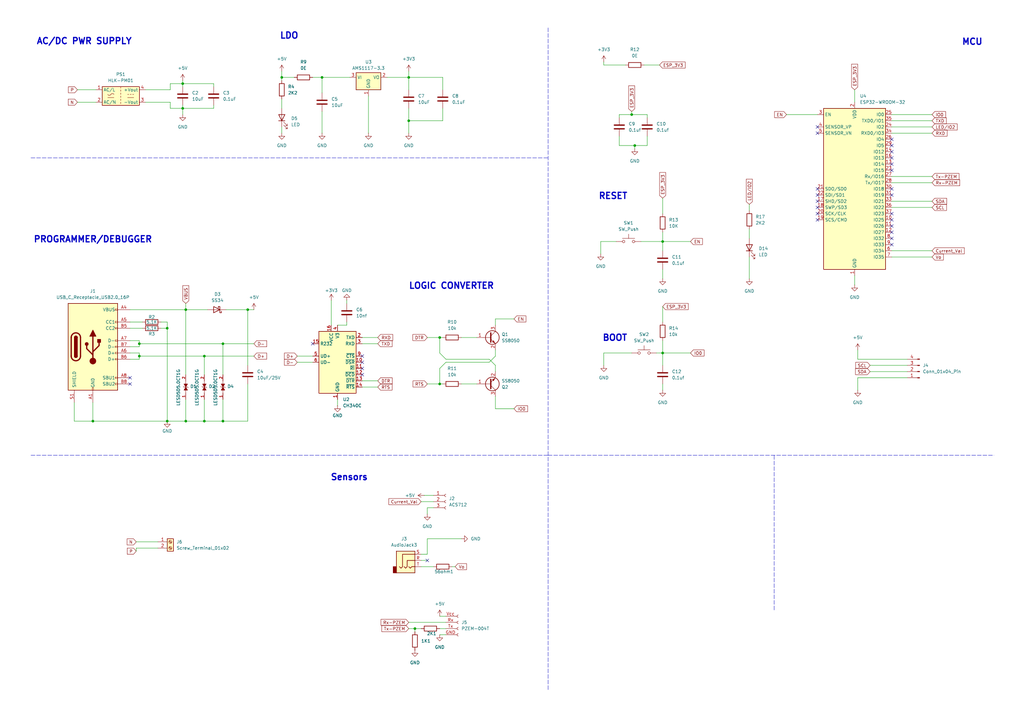
<source format=kicad_sch>
(kicad_sch (version 20250114) (generator "eeschema") (generator_version "9.0")
  (paper "A3")
  (lib_symbols
    (symbol "Connector:Conn_01x03_Socket" (pin_names (offset 1.016) (hide yes))
      (property "Reference" "J" (at 0 5.08 0))
      (property "Value" "Conn_01x03_Socket" (at 0 -5.08 0))
      (symbol "Conn_01x03_Socket_1_1"
        (pin passive line (at -5.08 2.54 0) (length 3.81) (name "Pin_1") (number "1"))
        (pin passive line (at -5.08 0 0) (length 3.81) (name "Pin_2") (number "2"))
        (pin passive line (at -5.08 -2.54 0) (length 3.81) (name "Pin_3") (number "3"))
      )
    )
    (symbol "Connector:Conn_01x04_Pin" (pin_names (offset 1.016) (hide yes))
      (property "Reference" "J" (at 0 5.08 0))
      (property "Value" "Conn_01x04_Pin" (at 0 -7.62 0))
      (symbol "Conn_01x04_Pin_1_1"
        (pin passive line (at 5.08 2.54 180) (length 3.81) (name "Pin_1") (number "1"))
        (pin passive line (at 5.08 0 180) (length 3.81) (name "Pin_2") (number "2"))
        (pin passive line (at 5.08 -2.54 180) (length 3.81) (name "Pin_3") (number "3"))
        (pin passive line (at 5.08 -5.08 180) (length 3.81) (name "Pin_4") (number "4"))
      )
    )
    (symbol "Connector:Conn_01x04_Socket" (pin_names (offset 1.016) (hide yes))
      (property "Reference" "J4" (at 1.27 0.0001 0))
      (property "Value" "PZEM-004T" (at 1.27 -2.5399 0))
      (symbol "Conn_01x04_Socket_1_1"
        (pin passive line (at -5.08 2.54 0) (length 3.81) (name "Pin_1") (number "Vcc"))
        (pin passive line (at -5.08 0 0) (length 3.81) (name "Pin_2") (number "Rx"))
        (pin passive line (at -5.08 -2.54 0) (length 3.81) (name "Pin_3") (number "Tx"))
        (pin passive line (at -5.08 -5.08 0) (length 3.81) (name "Pin_4") (number "GND"))
      )
    )
    (symbol "Connector:Screw_Terminal_01x02" (pin_names (offset 1.016) (hide yes))
      (property "Reference" "J" (at 0 2.54 0))
      (property "Value" "Screw_Terminal_01x02" (at 0 -5.08 0))
      (symbol "Screw_Terminal_01x02_1_1"
        (pin passive line (at -5.08 0 0) (length 3.81) (name "Pin_1") (number "1"))
        (pin passive line (at -5.08 -2.54 0) (length 3.81) (name "Pin_2") (number "2"))
      )
    )
    (symbol "Connector:USB_C_Receptacle_USB2.0_16P" (pin_names (offset 1.016))
      (property "Reference" "J" (at 0 22.225 0))
      (property "Value" "USB_C_Receptacle_USB2.0_16P" (at 0 19.685 0))
      (symbol "USB_C_Receptacle_USB2.0_16P_1_1"
        (pin passive line (at -7.62 -22.86 90) (length 5.08) (name "SHIELD") (number "S1"))
        (pin passive line (at 0 -22.86 90) (length 5.08) (name "GND") (number "A1"))
        (pin passive line (at 0 -22.86 90) (length 5.08) (hide yes) (name "GND") (number "A12"))
        (pin passive line (at 0 -22.86 90) (length 5.08) (hide yes) (name "GND") (number "B1"))
        (pin passive line (at 0 -22.86 90) (length 5.08) (hide yes) (name "GND") (number "B12"))
        (pin passive line (at 15.24 15.24 180) (length 5.08) (name "VBUS") (number "A4"))
        (pin passive line (at 15.24 15.24 180) (length 5.08) (hide yes) (name "VBUS") (number "A9"))
        (pin passive line (at 15.24 15.24 180) (length 5.08) (hide yes) (name "VBUS") (number "B4"))
        (pin passive line (at 15.24 15.24 180) (length 5.08) (hide yes) (name "VBUS") (number "B9"))
        (pin bidirectional line (at 15.24 10.16 180) (length 5.08) (name "CC1") (number "A5"))
        (pin bidirectional line (at 15.24 7.62 180) (length 5.08) (name "CC2") (number "B5"))
        (pin bidirectional line (at 15.24 2.54 180) (length 5.08) (name "D-") (number "A7"))
        (pin bidirectional line (at 15.24 0 180) (length 5.08) (name "D-") (number "B7"))
        (pin bidirectional line (at 15.24 -2.54 180) (length 5.08) (name "D+") (number "A6"))
        (pin bidirectional line (at 15.24 -5.08 180) (length 5.08) (name "D+") (number "B6"))
        (pin bidirectional line (at 15.24 -12.7 180) (length 5.08) (name "SBU1") (number "A8"))
        (pin bidirectional line (at 15.24 -15.24 180) (length 5.08) (name "SBU2") (number "B8"))
      )
    )
    (symbol "Connector_Audio:AudioJack3"
      (property "Reference" "J" (at 0 8.89 0))
      (property "Value" "AudioJack3" (at 0 6.35 0))
      (symbol "AudioJack3_1_1"
        (pin passive line (at 5.08 2.54 180) (length 2.54) (name "~") (number "S"))
        (pin passive line (at 5.08 0 180) (length 2.54) (name "~") (number "R"))
        (pin passive line (at 5.08 -2.54 180) (length 2.54) (name "~") (number "T"))
      )
    )
    (symbol "Converter_ACDC:HLK-PM01"
      (property "Reference" "PS" (at 0 5.08 0))
      (property "Value" "HLK-PM01" (at 0 -5.08 0))
      (symbol "HLK-PM01_1_1"
        (pin power_in line (at -10.16 2.54 0) (length 2.54) (name "AC/L") (number "1"))
        (pin power_in line (at -10.16 -2.54 0) (length 2.54) (name "AC/N") (number "2"))
        (pin power_out line (at 10.16 2.54 180) (length 2.54) (name "+Vout") (number "4"))
        (pin power_out line (at 10.16 -2.54 180) (length 2.54) (name "-Vout") (number "3"))
      )
    )
    (symbol "Device:C" (pin_numbers (hide yes)) (pin_names (offset 0.254))
      (property "Reference" "C" (at 0.635 2.54 0))
      (property "Value" "C" (at 0.635 -2.54 0))
      (symbol "C_1_1"
        (pin passive line (at 0 3.81 270) (length 2.794) (name "~") (number "1"))
        (pin passive line (at 0 -3.81 90) (length 2.794) (name "~") (number "2"))
      )
    )
    (symbol "Device:LED" (pin_numbers (hide yes)) (pin_names (offset 1.016) (hide yes))
      (property "Reference" "D" (at 0 2.54 0))
      (property "Value" "LED" (at 0 -2.54 0))
      (symbol "LED_1_1"
        (pin passive line (at -3.81 0 0) (length 2.54) (name "K") (number "1"))
        (pin passive line (at 3.81 0 180) (length 2.54) (name "A") (number "2"))
      )
    )
    (symbol "Device:R" (pin_numbers (hide yes)) (pin_names (offset 0))
      (property "Reference" "R" (at 2.032 0 90))
      (property "Value" "R" (at 0 0 90))
      (symbol "R_1_1"
        (pin passive line (at 0 3.81 270) (length 1.27) (name "~") (number "1"))
        (pin passive line (at 0 -3.81 90) (length 1.27) (name "~") (number "2"))
      )
    )
    (symbol "Diode:SS34" (pin_numbers (hide yes)) (pin_names (offset 1.016) (hide yes))
      (property "Reference" "D" (at 0 2.54 0))
      (property "Value" "SS34" (at 0 -2.54 0))
      (symbol "SS34_1_1"
        (pin passive line (at -3.81 0 0) (length 2.54) (name "K") (number "1"))
        (pin passive line (at 3.81 0 180) (length 2.54) (name "A") (number "2"))
      )
    )
    (symbol "Interface_USB:CH340C"
      (property "Reference" "U" (at -5.08 13.97 0))
      (property "Value" "CH340C" (at 1.27 13.97 0))
      (symbol "CH340C_1_1"
        (pin input line (at -10.16 7.62 0) (length 2.54) (name "R232") (number "15"))
        (pin bidirectional line (at -10.16 2.54 0) (length 2.54) (name "UD+") (number "5"))
        (pin bidirectional line (at -10.16 0 0) (length 2.54) (name "UD-") (number "6"))
        (pin no_connect line (at -7.62 -5.08 0) (length 2.54) (hide yes) (name "NC") (number "7"))
        (pin no_connect line (at -7.62 -7.62 0) (length 2.54) (hide yes) (name "NC") (number "8"))
        (pin power_in line (at -2.54 15.24 270) (length 2.54) (name "VCC") (number "16"))
        (pin power_out line (at 0 15.24 270) (length 2.54) (name "V3") (number "4"))
        (pin power_in line (at 0 -15.24 90) (length 2.54) (name "GND") (number "1"))
        (pin output line (at 10.16 10.16 180) (length 2.54) (name "TXD") (number "2"))
        (pin input line (at 10.16 7.62 180) (length 2.54) (name "RXD") (number "3"))
        (pin input line (at 10.16 2.54 180) (length 2.54) (name "~{CTS}") (number "9"))
        (pin input line (at 10.16 0 180) (length 2.54) (name "~{DSR}") (number "10"))
        (pin input line (at 10.16 -2.54 180) (length 2.54) (name "~{RI}") (number "11"))
        (pin input line (at 10.16 -5.08 180) (length 2.54) (name "~{DCD}") (number "12"))
        (pin output line (at 10.16 -7.62 180) (length 2.54) (name "~{DTR}") (number "13"))
        (pin output line (at 10.16 -10.16 180) (length 2.54) (name "~{RTS}") (number "14"))
      )
    )
    (symbol "LESD5D5.0CT1G:LESD5D5.0CT1G" (pin_names (offset 1.016))
      (property "Reference" "D" (at -5.08 2.54 0))
      (property "Value" "LESD5D5.0CT1G" (at -5.08 -5.08 0))
      (symbol "LESD5D5.0CT1G_0_0"
        (pin passive line (at -5.08 0 0) (length 2.54) (name "~") (number "1"))
        (pin passive line (at 5.08 0 180) (length 2.54) (name "~") (number "2"))
      )
    )
    (symbol "RF_Module:ESP32-WROOM-32"
      (property "Reference" "U4" (at 2.1433 38.1 0))
      (property "Value" "ESP32-WROOM-32" (at 2.1433 35.56 0))
      (symbol "ESP32-WROOM-32_1_1"
        (pin input line (at -15.24 30.48 0) (length 2.54) (name "EN") (number "3"))
        (pin input line (at -15.24 25.4 0) (length 2.54) (name "SENSOR_VP") (number "4"))
        (pin input line (at -15.24 22.86 0) (length 2.54) (name "SENSOR_VN") (number "5"))
        (pin bidirectional line (at -15.24 0 0) (length 2.54) (name "SDO/SD0") (number "21"))
        (pin bidirectional line (at -15.24 -2.54 0) (length 2.54) (name "SDI/SD1") (number "22"))
        (pin bidirectional line (at -15.24 -5.08 0) (length 2.54) (name "SHD/SD2") (number "17"))
        (pin bidirectional line (at -15.24 -7.62 0) (length 2.54) (name "SWP/SD3") (number "18"))
        (pin bidirectional line (at -15.24 -10.16 0) (length 2.54) (name "SCK/CLK") (number "20"))
        (pin bidirectional line (at -15.24 -12.7 0) (length 2.54) (name "SCS/CMD") (number "19"))
        (pin no_connect line (at -12.7 -27.94 0) (length 2.54) (hide yes) (name "NC") (number "32"))
        (pin power_in line (at 0 35.56 270) (length 2.54) (name "VDD") (number "2"))
        (pin power_in line (at 0 -35.56 90) (length 2.54) (name "GND") (number "1"))
        (pin passive line (at 0 -35.56 90) (length 2.54) (hide yes) (name "GND") (number "15"))
        (pin passive line (at 0 -35.56 90) (length 2.54) (hide yes) (name "GND") (number "38"))
        (pin passive line (at 0 -35.56 90) (length 2.54) (hide yes) (name "GND") (number "39"))
        (pin bidirectional line (at 15.24 30.48 180) (length 2.54) (name "IO0") (number "25"))
        (pin bidirectional line (at 15.24 27.94 180) (length 2.54) (name "TXD0/IO1") (number "35"))
        (pin bidirectional line (at 15.24 25.4 180) (length 2.54) (name "IO2") (number "24"))
        (pin bidirectional line (at 15.24 22.86 180) (length 2.54) (name "RXD0/IO3") (number "34"))
        (pin bidirectional line (at 15.24 20.32 180) (length 2.54) (name "IO4") (number "26"))
        (pin bidirectional line (at 15.24 17.78 180) (length 2.54) (name "IO5") (number "29"))
        (pin bidirectional line (at 15.24 15.24 180) (length 2.54) (name "IO12") (number "14"))
        (pin bidirectional line (at 15.24 12.7 180) (length 2.54) (name "IO13") (number "16"))
        (pin bidirectional line (at 15.24 10.16 180) (length 2.54) (name "IO14") (number "13"))
        (pin bidirectional line (at 15.24 7.62 180) (length 2.54) (name "IO15") (number "23"))
        (pin bidirectional line (at 15.24 5.08 180) (length 2.54) (name "Rx/IO16") (number "27"))
        (pin bidirectional line (at 15.24 2.54 180) (length 2.54) (name "Tx/IO17") (number "28"))
        (pin bidirectional line (at 15.24 0 180) (length 2.54) (name "IO18") (number "30"))
        (pin bidirectional line (at 15.24 -2.54 180) (length 2.54) (name "IO19") (number "31"))
        (pin bidirectional line (at 15.24 -5.08 180) (length 2.54) (name "IO21") (number "33"))
        (pin bidirectional line (at 15.24 -7.62 180) (length 2.54) (name "IO22") (number "36"))
        (pin bidirectional line (at 15.24 -10.16 180) (length 2.54) (name "IO23") (number "37"))
        (pin bidirectional line (at 15.24 -12.7 180) (length 2.54) (name "IO25") (number "10"))
        (pin bidirectional line (at 15.24 -15.24 180) (length 2.54) (name "IO26") (number "11"))
        (pin bidirectional line (at 15.24 -17.78 180) (length 2.54) (name "IO27") (number "12"))
        (pin bidirectional line (at 15.24 -20.32 180) (length 2.54) (name "IO32") (number "8"))
        (pin bidirectional line (at 15.24 -22.86 180) (length 2.54) (name "IO33") (number "9"))
        (pin input line (at 15.24 -25.4 180) (length 2.54) (name "IO34") (number "6"))
        (pin input line (at 15.24 -27.94 180) (length 2.54) (name "IO35") (number "7"))
      )
    )
    (symbol "Regulator_Linear:AMS1117-3.3"
      (property "Reference" "U" (at -3.81 3.175 0))
      (property "Value" "AMS1117-3.3" (at 0 3.175 0))
      (symbol "AMS1117-3.3_1_1"
        (pin power_in line (at -7.62 0 0) (length 2.54) (name "VI") (number "3"))
        (pin power_in line (at 0 -7.62 90) (length 2.54) (name "GND") (number "1"))
        (pin power_out line (at 7.62 0 180) (length 2.54) (name "VO") (number "2"))
      )
    )
    (symbol "Switch:SW_Push" (pin_numbers (hide yes)) (pin_names (offset 1.016) (hide yes))
      (property "Reference" "SW" (at 1.27 2.54 0))
      (property "Value" "SW_Push" (at 0 -1.524 0))
      (symbol "SW_Push_0_1"
        (pin passive line (at -5.08 0 0) (length 2.54) (name "1") (number "1"))
        (pin passive line (at 5.08 0 180) (length 2.54) (name "2") (number "2"))
      )
    )
    (symbol "Transistor_BJT:SS8050" (pin_names (offset 0) (hide yes))
      (property "Reference" "Q" (at 5.08 1.905 0))
      (property "Value" "SS8050" (at 5.08 0 0))
      (symbol "SS8050_1_1"
        (pin input line (at -5.08 0 0) (length 2.54) (name "B") (number "1"))
        (pin passive line (at 2.54 5.08 270) (length 2.54) (name "C") (number "3"))
        (pin passive line (at 2.54 -5.08 90) (length 2.54) (name "E") (number "2"))
      )
    )
    (symbol "power:+3.3V" (power) (pin_numbers (hide yes)) (pin_names (offset 0) (hide yes))
      (property "Value" "+3.3V" (at 0 3.556 0))
      (symbol "+3.3V_1_1"
        (pin power_in line (at 0 0 90) (length 0) (name "~") (number "1"))
      )
    )
    (symbol "power:+3V3" (power) (pin_numbers (hide yes)) (pin_names (offset 0) (hide yes))
      (property "Value" "+3V3" (at 0 3.556 0))
      (symbol "+3V3_1_1"
        (pin power_in line (at 0 0 90) (length 0) (name "~") (number "1"))
      )
    )
    (symbol "power:+5V" (power) (pin_numbers (hide yes)) (pin_names (offset 0) (hide yes))
      (property "Value" "+5V" (at 0 3.556 0))
      (symbol "+5V_1_1"
        (pin power_in line (at 0 0 90) (length 0) (name "~") (number "1"))
      )
    )
    (symbol "power:GND" (power) (pin_numbers (hide yes)) (pin_names (offset 0) (hide yes))
      (property "Value" "GND" (at 0 -3.81 0))
      (symbol "GND_1_1"
        (pin power_in line (at 0 0 270) (length 0) (name "~") (number "1"))
      )
    )
  )
  (text "MCU" (at 398.78 17.272 0) (effects (font (size 2.54 2.54) (thickness 0.508) (bold yes))))
  (text "LDO\n" (at 118.618 14.732 0) (effects (font (size 2.54 2.54) (thickness 0.508) (bold yes))))
  (text "LOGIC CONVERTER" (at 185.166 117.348 0) (effects (font (size 2.54 2.54) (thickness 0.508) (bold yes))))
  (text "AC/DC PWR SUPPLY" (at 34.544 17.018 0) (effects (font (size 2.54 2.54) (thickness 0.508) (bold yes))))
  (text "RESET" (at 251.46 80.518 0) (effects (font (size 2.54 2.54) (thickness 0.508) (bold yes))))
  (text "Sensors" (at 143.256 195.834 0) (effects (font (size 2.54 2.54) (thickness 0.508) (bold yes))))
  (text "BOOT\n" (at 252.222 138.684 0) (effects (font (size 2.54 2.54) (thickness 0.508) (bold yes))))
  (text "PROGRAMMER/DEBUGGER" (at 38.1 98.298 0) (effects (font (size 2.54 2.54) (thickness 0.508) (bold yes))))
  (junction (at 170.18 257.81))
  (junction (at 57.15 146.05))
  (junction (at 91.44 172.72))
  (junction (at 74.93 34.29))
  (junction (at 115.57 31.75))
  (junction (at 180.34 157.48))
  (junction (at 271.78 144.78))
  (junction (at 259.08 46.99))
  (junction (at 132.08 31.75))
  (junction (at 57.15 140.97))
  (junction (at 271.78 99.06))
  (junction (at 83.82 172.72))
  (junction (at 76.2 172.72))
  (junction (at 76.2 127))
  (junction (at 91.44 140.97))
  (junction (at 101.6 127))
  (junction (at 68.58 134.62))
  (junction (at 167.64 49.53))
  (junction (at 38.1 172.72))
  (junction (at 68.58 172.72))
  (junction (at 74.93 44.45))
  (junction (at 260.35 59.69))
  (junction (at 180.34 138.43))
  (junction (at 167.64 31.75))
  (junction (at 83.82 146.05))
  (no_connect (at 335.28 85.09))
  (no_connect (at 335.28 54.61))
  (no_connect (at 365.76 90.17))
  (no_connect (at 365.76 97.79))
  (no_connect (at 148.59 146.05))
  (no_connect (at 365.76 64.77))
  (no_connect (at 365.76 62.23))
  (no_connect (at 365.76 57.15))
  (no_connect (at 53.34 154.94))
  (no_connect (at 148.59 153.67))
  (no_connect (at 365.76 80.01))
  (no_connect (at 335.28 77.47))
  (no_connect (at 53.34 157.48))
  (no_connect (at 335.28 90.17))
  (no_connect (at 128.27 140.97))
  (no_connect (at 365.76 69.85))
  (no_connect (at 365.76 67.31))
  (no_connect (at 365.76 95.25))
  (no_connect (at 365.76 100.33))
  (no_connect (at 335.28 80.01))
  (no_connect (at 335.28 87.63))
  (no_connect (at 365.76 92.71))
  (no_connect (at 335.28 52.07))
  (no_connect (at 148.59 148.59))
  (no_connect (at 175.26 229.87))
  (no_connect (at 365.76 59.69))
  (no_connect (at 365.76 77.47))
  (no_connect (at 365.76 87.63))
  (no_connect (at 335.28 82.55))
  (no_connect (at 148.59 151.13))
  (wire (pts (xy 74.93 43.18) (xy 74.93 44.45)))
  (wire (pts (xy 115.57 52.07) (xy 115.57 54.61)))
  (wire (pts (xy 182.88 147.32) (xy 180.34 144.78)))
  (wire (pts (xy 148.59 138.43) (xy 154.94 138.43)))
  (wire (pts (xy 260.35 59.69) (xy 265.43 59.69)))
  (wire (pts (xy 87.63 35.56) (xy 87.63 34.29)))
  (wire (pts (xy 132.08 31.75) (xy 132.08 38.1)))
  (wire (pts (xy 259.08 46.99) (xy 265.43 46.99)))
  (wire (pts (xy 74.93 33.02) (xy 74.93 34.29)))
  (wire (pts (xy 57.15 142.24) (xy 53.34 142.24)))
  (wire (pts (xy 170.18 257.81) (xy 170.18 259.08)))
  (wire (pts (xy 53.34 139.7) (xy 57.15 139.7)))
  (wire (pts (xy 57.15 146.05) (xy 57.15 147.32)))
  (wire (pts (xy 180.34 157.48) (xy 181.61 157.48)))
  (wire (pts (xy 69.85 36.83) (xy 59.69 36.83)))
  (wire (pts (xy 365.76 105.41) (xy 382.27 105.41)))
  (wire (pts (xy 30.48 172.72) (xy 38.1 172.72)))
  (wire (pts (xy 254 46.99) (xy 259.08 46.99)))
  (polyline (pts (xy 224.79 186.69) (xy 407.67 186.69)) (stroke (width 0) (type dash)))
  (wire (pts (xy 185.42 232.41) (xy 186.69 232.41)))
  (wire (pts (xy 307.34 93.98) (xy 307.34 97.79)))
  (wire (pts (xy 57.15 140.97) (xy 57.15 142.24)))
  (wire (pts (xy 365.76 72.39) (xy 382.27 72.39)))
  (wire (pts (xy 91.44 153.67) (xy 91.44 140.97)))
  (wire (pts (xy 128.27 31.75) (xy 132.08 31.75)))
  (polyline (pts (xy 317.5 250.19) (xy 317.5 186.69)) (stroke (width 0) (type dash)))
  (wire (pts (xy 167.64 257.81) (xy 170.18 257.81)))
  (wire (pts (xy 269.24 144.78) (xy 271.78 144.78)))
  (wire (pts (xy 271.78 144.78) (xy 271.78 149.86)))
  (wire (pts (xy 351.79 154.94) (xy 351.79 160.02)))
  (wire (pts (xy 121.92 148.59) (xy 128.27 148.59)))
  (wire (pts (xy 167.64 49.53) (xy 167.64 54.61)))
  (wire (pts (xy 203.2 167.64) (xy 210.82 167.64)))
  (wire (pts (xy 87.63 43.18) (xy 87.63 44.45)))
  (wire (pts (xy 181.61 36.83) (xy 181.61 31.75)))
  (wire (pts (xy 148.59 158.75) (xy 154.94 158.75)))
  (wire (pts (xy 350.52 113.03) (xy 350.52 116.84)))
  (wire (pts (xy 181.61 31.75) (xy 167.64 31.75)))
  (wire (pts (xy 247.65 149.86) (xy 247.65 144.78)))
  (wire (pts (xy 167.64 36.83) (xy 167.64 31.75)))
  (wire (pts (xy 138.43 163.83) (xy 138.43 166.37)))
  (wire (pts (xy 30.48 165.1) (xy 30.48 172.72)))
  (wire (pts (xy 115.57 44.45) (xy 115.57 40.64)))
  (wire (pts (xy 87.63 34.29) (xy 74.93 34.29)))
  (wire (pts (xy 104.14 127) (xy 101.6 127)))
  (wire (pts (xy 66.04 134.62) (xy 68.58 134.62)))
  (wire (pts (xy 53.34 127) (xy 76.2 127)))
  (wire (pts (xy 167.64 29.21) (xy 167.64 31.75)))
  (wire (pts (xy 175.26 210.82) (xy 175.26 208.28)))
  (wire (pts (xy 91.44 172.72) (xy 83.82 172.72)))
  (wire (pts (xy 200.66 148.59) (xy 182.88 148.59)))
  (wire (pts (xy 91.44 140.97) (xy 104.14 140.97)))
  (wire (pts (xy 38.1 172.72) (xy 38.1 165.1)))
  (wire (pts (xy 31.75 36.83) (xy 39.37 36.83)))
  (wire (pts (xy 148.59 156.21) (xy 154.94 156.21)))
  (wire (pts (xy 189.23 157.48) (xy 195.58 157.48)))
  (wire (pts (xy 66.04 132.08) (xy 68.58 132.08)))
  (wire (pts (xy 83.82 172.72) (xy 76.2 172.72)))
  (wire (pts (xy 167.64 255.27) (xy 182.88 255.27)))
  (wire (pts (xy 69.85 36.83) (xy 69.85 34.29)))
  (wire (pts (xy 69.85 34.29) (xy 74.93 34.29)))
  (wire (pts (xy 254 46.99) (xy 254 48.26)))
  (wire (pts (xy 55.88 224.79) (xy 55.88 226.06)))
  (wire (pts (xy 167.64 44.45) (xy 167.64 49.53)))
  (polyline (pts (xy 224.79 11.43) (xy 224.79 283.21)) (stroke (width 0) (type dash)))
  (wire (pts (xy 101.6 157.48) (xy 101.6 172.72)))
  (wire (pts (xy 254 55.88) (xy 254 59.69)))
  (wire (pts (xy 350.52 36.83) (xy 350.52 41.91)))
  (wire (pts (xy 74.93 44.45) (xy 74.93 46.99)))
  (wire (pts (xy 175.26 220.98) (xy 189.23 220.98)))
  (wire (pts (xy 68.58 132.08) (xy 68.58 134.62)))
  (wire (pts (xy 351.79 147.32) (xy 372.11 147.32)))
  (wire (pts (xy 203.2 146.05) (xy 200.66 148.59)))
  (wire (pts (xy 172.72 205.74) (xy 177.8 205.74)))
  (wire (pts (xy 172.72 232.41) (xy 177.8 232.41)))
  (wire (pts (xy 76.2 124.46) (xy 76.2 127)))
  (wire (pts (xy 252.73 99.06) (xy 246.38 99.06)))
  (wire (pts (xy 365.76 82.55) (xy 382.27 82.55)))
  (wire (pts (xy 265.43 55.88) (xy 265.43 59.69)))
  (wire (pts (xy 200.66 147.32) (xy 182.88 147.32)))
  (wire (pts (xy 172.72 229.87) (xy 175.26 229.87)))
  (wire (pts (xy 175.26 208.28) (xy 177.8 208.28)))
  (wire (pts (xy 271.78 99.06) (xy 271.78 102.87)))
  (wire (pts (xy 91.44 163.83) (xy 91.44 172.72)))
  (wire (pts (xy 87.63 44.45) (xy 74.93 44.45)))
  (wire (pts (xy 180.34 138.43) (xy 181.61 138.43)))
  (wire (pts (xy 247.65 144.78) (xy 259.08 144.78)))
  (wire (pts (xy 76.2 127) (xy 76.2 153.67)))
  (wire (pts (xy 271.78 157.48) (xy 271.78 160.02)))
  (wire (pts (xy 69.85 44.45) (xy 74.93 44.45)))
  (wire (pts (xy 322.58 46.99) (xy 335.28 46.99)))
  (wire (pts (xy 121.92 146.05) (xy 128.27 146.05)))
  (wire (pts (xy 83.82 153.67) (xy 83.82 146.05)))
  (wire (pts (xy 259.08 45.72) (xy 259.08 46.99)))
  (wire (pts (xy 68.58 172.72) (xy 38.1 172.72)))
  (wire (pts (xy 264.16 26.67) (xy 270.51 26.67)))
  (wire (pts (xy 271.78 99.06) (xy 283.21 99.06)))
  (wire (pts (xy 138.43 133.35) (xy 142.24 133.35)))
  (wire (pts (xy 356.87 152.4) (xy 372.11 152.4)))
  (wire (pts (xy 142.24 133.35) (xy 142.24 132.08)))
  (wire (pts (xy 180.34 252.73) (xy 182.88 252.73)))
  (wire (pts (xy 307.34 105.41) (xy 307.34 114.3)))
  (wire (pts (xy 260.35 60.96) (xy 260.35 59.69)))
  (wire (pts (xy 372.11 154.94) (xy 351.79 154.94)))
  (wire (pts (xy 74.93 34.29) (xy 74.93 35.56)))
  (wire (pts (xy 115.57 31.75) (xy 120.65 31.75)))
  (wire (pts (xy 175.26 157.48) (xy 180.34 157.48)))
  (wire (pts (xy 180.34 257.81) (xy 182.88 257.81)))
  (wire (pts (xy 64.77 224.79) (xy 55.88 224.79)))
  (wire (pts (xy 53.34 144.78) (xy 57.15 144.78)))
  (wire (pts (xy 254 59.69) (xy 260.35 59.69)))
  (wire (pts (xy 365.76 74.93) (xy 382.27 74.93)))
  (wire (pts (xy 271.78 139.7) (xy 271.78 144.78)))
  (wire (pts (xy 203.2 149.86) (xy 200.66 147.32)))
  (wire (pts (xy 68.58 134.62) (xy 68.58 172.72)))
  (wire (pts (xy 76.2 163.83) (xy 76.2 172.72)))
  (wire (pts (xy 262.89 99.06) (xy 271.78 99.06)))
  (wire (pts (xy 246.38 99.06) (xy 246.38 104.14)))
  (wire (pts (xy 175.26 227.33) (xy 175.26 220.98)))
  (wire (pts (xy 173.99 203.2) (xy 177.8 203.2)))
  (wire (pts (xy 180.34 260.35) (xy 182.88 260.35)))
  (wire (pts (xy 365.76 54.61) (xy 382.27 54.61)))
  (wire (pts (xy 265.43 46.99) (xy 265.43 48.26)))
  (wire (pts (xy 148.59 140.97) (xy 154.94 140.97)))
  (wire (pts (xy 69.85 41.91) (xy 59.69 41.91)))
  (wire (pts (xy 351.79 143.51) (xy 351.79 147.32)))
  (wire (pts (xy 91.44 172.72) (xy 101.6 172.72)))
  (wire (pts (xy 57.15 147.32) (xy 53.34 147.32)))
  (wire (pts (xy 356.87 149.86) (xy 372.11 149.86)))
  (wire (pts (xy 180.34 151.13) (xy 180.34 157.48)))
  (wire (pts (xy 83.82 146.05) (xy 57.15 146.05)))
  (wire (pts (xy 167.64 31.75) (xy 158.75 31.75)))
  (wire (pts (xy 101.6 127) (xy 101.6 149.86)))
  (wire (pts (xy 203.2 143.51) (xy 203.2 146.05)))
  (wire (pts (xy 247.65 25.4) (xy 247.65 26.67)))
  (wire (pts (xy 53.34 134.62) (xy 58.42 134.62)))
  (wire (pts (xy 53.34 132.08) (xy 58.42 132.08)))
  (wire (pts (xy 271.78 81.28) (xy 271.78 87.63)))
  (wire (pts (xy 271.78 125.73) (xy 271.78 132.08)))
  (wire (pts (xy 55.88 222.25) (xy 64.77 222.25)))
  (polyline (pts (xy 12.7 186.69) (xy 224.79 186.69)) (stroke (width 0) (type dash)))
  (wire (pts (xy 115.57 31.75) (xy 115.57 33.02)))
  (wire (pts (xy 307.34 83.82) (xy 307.34 86.36)))
  (wire (pts (xy 132.08 45.72) (xy 132.08 54.61)))
  (wire (pts (xy 57.15 144.78) (xy 57.15 146.05)))
  (wire (pts (xy 76.2 172.72) (xy 68.58 172.72)))
  (wire (pts (xy 365.76 49.53) (xy 382.27 49.53)))
  (wire (pts (xy 132.08 31.75) (xy 143.51 31.75)))
  (wire (pts (xy 76.2 127) (xy 85.09 127)))
  (wire (pts (xy 203.2 130.81) (xy 210.82 130.81)))
  (wire (pts (xy 365.76 52.07) (xy 382.27 52.07)))
  (wire (pts (xy 57.15 139.7) (xy 57.15 140.97)))
  (wire (pts (xy 175.26 138.43) (xy 180.34 138.43)))
  (polyline (pts (xy 12.7 64.77) (xy 224.79 64.77)) (stroke (width 0) (type dash)))
  (wire (pts (xy 203.2 130.81) (xy 203.2 133.35)))
  (wire (pts (xy 181.61 44.45) (xy 181.61 49.53)))
  (wire (pts (xy 92.71 127) (xy 101.6 127)))
  (wire (pts (xy 365.76 85.09) (xy 382.27 85.09)))
  (wire (pts (xy 180.34 138.43) (xy 180.34 144.78)))
  (wire (pts (xy 271.78 95.25) (xy 271.78 99.06)))
  (wire (pts (xy 182.88 148.59) (xy 180.34 151.13)))
  (wire (pts (xy 203.2 152.4) (xy 203.2 149.86)))
  (wire (pts (xy 31.75 41.91) (xy 39.37 41.91)))
  (wire (pts (xy 203.2 162.56) (xy 203.2 167.64)))
  (wire (pts (xy 365.76 102.87) (xy 382.27 102.87)))
  (wire (pts (xy 247.65 26.67) (xy 256.54 26.67)))
  (wire (pts (xy 365.76 46.99) (xy 382.27 46.99)))
  (wire (pts (xy 83.82 146.05) (xy 104.14 146.05)))
  (wire (pts (xy 115.57 29.21) (xy 115.57 31.75)))
  (wire (pts (xy 172.72 227.33) (xy 175.26 227.33)))
  (wire (pts (xy 83.82 163.83) (xy 83.82 172.72)))
  (wire (pts (xy 151.13 39.37) (xy 151.13 54.61)))
  (wire (pts (xy 142.24 123.19) (xy 142.24 124.46)))
  (wire (pts (xy 135.89 123.19) (xy 135.89 133.35)))
  (wire (pts (xy 91.44 140.97) (xy 57.15 140.97)))
  (wire (pts (xy 189.23 138.43) (xy 195.58 138.43)))
  (wire (pts (xy 271.78 110.49) (xy 271.78 114.3)))
  (wire (pts (xy 170.18 257.81) (xy 172.72 257.81)))
  (wire (pts (xy 69.85 41.91) (xy 69.85 44.45)))
  (wire (pts (xy 271.78 144.78) (xy 283.21 144.78)))
  (wire (pts (xy 181.61 49.53) (xy 167.64 49.53)))
  (global_label "IO0" (shape input) (at 382.27 46.99 0) (effects (font (thickness 0.1588))) (property "Intersheetrefs" "${INTERSHEET_REFS}" (effects (hide yes))))
  (global_label "Vo" (shape input) (at 186.69 232.41 0) (property "Intersheetrefs" "${INTERSHEET_REFS}" (effects (hide yes))))
  (global_label "Vo" (shape input) (at 382.27 105.41 0) (property "Intersheetrefs" "${INTERSHEET_REFS}" (effects (hide yes))))
  (global_label "Rx-PZEM" (shape input) (at 167.64 255.27 180) (property "Intersheetrefs" "${INTERSHEET_REFS}" (effects (hide yes))))
  (global_label "D+" (shape input) (at 104.14 146.05 0) (property "Intersheetrefs" "${INTERSHEET_REFS}" (effects (hide yes))))
  (global_label "Rx-PZEM" (shape input) (at 382.27 74.93 0) (property "Intersheetrefs" "${INTERSHEET_REFS}" (effects (hide yes))))
  (global_label "EN" (shape input) (at 283.21 99.06 0) (property "Intersheetrefs" "${INTERSHEET_REFS}" (effects (hide yes))))
  (global_label "SCL" (shape input) (at 356.87 149.86 180) (property "Intersheetrefs" "${INTERSHEET_REFS}" (effects (hide yes))))
  (global_label "P" (shape input) (at 31.75 36.83 180) (property "Intersheetrefs" "${INTERSHEET_REFS}" (effects (hide yes))))
  (global_label "TXD" (shape input) (at 154.94 140.97 0) (property "Intersheetrefs" "${INTERSHEET_REFS}" (effects (hide yes))))
  (global_label "D-" (shape input) (at 121.92 148.59 180) (property "Intersheetrefs" "${INTERSHEET_REFS}" (effects (hide yes))))
  (global_label "D-" (shape input) (at 104.14 140.97 0) (property "Intersheetrefs" "${INTERSHEET_REFS}" (effects (hide yes))))
  (global_label "RTS" (shape input) (at 175.26 157.48 180) (property "Intersheetrefs" "${INTERSHEET_REFS}" (effects (hide yes))))
  (global_label "EN" (shape input) (at 210.82 130.81 0) (property "Intersheetrefs" "${INTERSHEET_REFS}" (effects (hide yes))))
  (global_label "IO0" (shape input) (at 210.82 167.64 0) (property "Intersheetrefs" "${INTERSHEET_REFS}" (effects (hide yes))))
  (global_label "ESP_3V3" (shape input) (at 270.51 26.67 0) (property "Intersheetrefs" "${INTERSHEET_REFS}" (effects (hide yes))))
  (global_label "ESP_3V3" (shape input) (at 271.78 125.73 0) (property "Intersheetrefs" "${INTERSHEET_REFS}" (effects (hide yes))))
  (global_label "RXD" (shape input) (at 154.94 138.43 0) (property "Intersheetrefs" "${INTERSHEET_REFS}" (effects (hide yes))))
  (global_label "LED{slash}IO2" (shape input) (at 307.34 83.82 90) (property "Intersheetrefs" "${INTERSHEET_REFS}" (effects (hide yes))))
  (global_label "Current_Val" (shape input) (at 172.72 205.74 180) (property "Intersheetrefs" "${INTERSHEET_REFS}" (effects (hide yes))))
  (global_label "ESP_3V3" (shape input) (at 259.08 45.72 90) (property "Intersheetrefs" "${INTERSHEET_REFS}" (effects (hide yes))))
  (global_label "TXD" (shape input) (at 382.27 49.53 0) (property "Intersheetrefs" "${INTERSHEET_REFS}" (effects (hide yes))))
  (global_label "RTS" (shape input) (at 154.94 158.75 0) (effects (font (thickness 0.1588))) (property "Intersheetrefs" "${INTERSHEET_REFS}" (effects (hide yes))))
  (global_label "N" (shape input) (at 31.75 41.91 180) (property "Intersheetrefs" "${INTERSHEET_REFS}" (effects (hide yes))))
  (global_label "DTR" (shape input) (at 175.26 138.43 180) (property "Intersheetrefs" "${INTERSHEET_REFS}" (effects (hide yes))))
  (global_label "P" (shape input) (at 55.88 226.06 180) (property "Intersheetrefs" "${INTERSHEET_REFS}" (effects (hide yes))))
  (global_label "VBUS" (shape input) (at 76.2 124.46 90) (property "Intersheetrefs" "${INTERSHEET_REFS}" (effects (hide yes))))
  (global_label "D+" (shape input) (at 121.92 146.05 180) (property "Intersheetrefs" "${INTERSHEET_REFS}" (effects (hide yes))))
  (global_label "DTR" (shape input) (at 154.94 156.21 0) (effects (font (thickness 0.1588))) (property "Intersheetrefs" "${INTERSHEET_REFS}" (effects (hide yes))))
  (global_label "RXD" (shape input) (at 382.27 54.61 0) (property "Intersheetrefs" "${INTERSHEET_REFS}" (effects (hide yes))))
  (global_label "LED{slash}IO2" (shape input) (at 382.27 52.07 0) (property "Intersheetrefs" "${INTERSHEET_REFS}" (effects (hide yes))))
  (global_label "ESP_3V3" (shape input) (at 271.78 81.28 90) (property "Intersheetrefs" "${INTERSHEET_REFS}" (effects (hide yes))))
  (global_label "IO0" (shape input) (at 283.21 144.78 0) (effects (font (thickness 0.1588))) (property "Intersheetrefs" "${INTERSHEET_REFS}" (effects (hide yes))))
  (global_label "EN" (shape input) (at 322.58 46.99 180) (property "Intersheetrefs" "${INTERSHEET_REFS}" (effects (hide yes))))
  (global_label "Tx-PZEM" (shape input) (at 382.27 72.39 0) (property "Intersheetrefs" "${INTERSHEET_REFS}" (effects (hide yes))))
  (global_label "SCL" (shape input) (at 382.27 85.09 0) (property "Intersheetrefs" "${INTERSHEET_REFS}" (effects (hide yes))))
  (global_label "SDA" (shape input) (at 382.27 82.55 0) (property "Intersheetrefs" "${INTERSHEET_REFS}" (effects (hide yes))))
  (global_label "N" (shape input) (at 55.88 222.25 180) (property "Intersheetrefs" "${INTERSHEET_REFS}" (effects (hide yes))))
  (global_label "Current_Val" (shape input) (at 382.27 102.87 0) (property "Intersheetrefs" "${INTERSHEET_REFS}" (effects (hide yes))))
  (global_label "Tx-PZEM" (shape input) (at 167.64 257.81 180) (property "Intersheetrefs" "${INTERSHEET_REFS}" (effects (hide yes))))
  (global_label "ESP_3V3" (shape input) (at 350.52 36.83 90) (property "Intersheetrefs" "${INTERSHEET_REFS}" (effects (hide yes))))
  (global_label "SDA" (shape input) (at 356.87 152.4 180) (property "Intersheetrefs" "${INTERSHEET_REFS}" (effects (hide yes))))
  (symbol (lib_id "Device:R") (at 271.78 91.44 0) (unit 1)
    (property "Reference" "R13" (at 274.32 90.1699 0) (effects (justify left)))
    (property "Value" "10K" (at 274.32 92.7099 0) (effects (justify left)))
    (property "Footprint" "Resistor_SMD:R_0603_1608Metric" (effects (hide yes)))
    (property "Description" "Resistor" (effects (hide yes)))
  )
  (symbol (lib_id "power:GND") (at 351.79 160.02 0) (unit 1)
    (property "Reference" "#PWR028" (effects (hide yes)))
    (property "Value" "GND" (at 351.79 165.1 0))
    (property "Description" "Power symbol creates a global label with name \"GND\" , ground" (effects (hide yes)))
  )
  (symbol (lib_id "power:GND") (at 68.58 172.72 0) (unit 1)
    (property "Reference" "#PWR04" (effects (hide yes)))
    (property "Value" "GND" (at 68.58 176.784 0))
    (property "Description" "Power symbol creates a global label with name \"GND\" , ground" (effects (hide yes)))
  )
  (symbol (lib_id "power:GND") (at 132.08 54.61 0) (unit 1)
    (property "Reference" "#PWR09" (effects (hide yes)))
    (property "Value" "GND" (at 132.08 59.69 0))
    (property "Description" "Power symbol creates a global label with name \"GND\" , ground" (effects (hide yes)))
  )
  (symbol (lib_id "Interface_USB:CH340C") (at 138.43 148.59 0) (unit 1)
    (property "Reference" "U2" (at 140.6241 163.83 0) (effects (justify left)))
    (property "Value" "CH340C" (at 140.6241 166.37 0) (effects (justify left)))
    (property "Footprint" "Package_SO:SOIC-16_3.9x9.9mm_P1.27mm" (effects (hide yes)))
    (property "Datasheet" "https://datasheet.lcsc.com/szlcsc/Jiangsu-Qin-Heng-CH340C_C84681.pdf" (effects (hide yes)))
    (property "Description" "USB serial converter, UART, SOIC-16" (effects (hide yes)))
  )
  (symbol (lib_id "power:GND") (at 74.93 46.99 0) (unit 1)
    (property "Reference" "#PWR06" (effects (hide yes)))
    (property "Value" "GND" (at 74.93 52.07 0))
    (property "Description" "Power symbol creates a global label with name \"GND\" , ground" (effects (hide yes)))
  )
  (symbol (lib_id "Device:C") (at 87.63 39.37 0) (unit 1)
    (property "Reference" "C3" (at 91.44 38.0999 0) (effects (justify left)))
    (property "Value" "0.1uF" (at 91.44 40.6399 0) (effects (justify left)))
    (property "Footprint" "Capacitor_SMD:C_0603_1608Metric" (effects (hide yes)))
    (property "Description" "Unpolarized capacitor" (effects (hide yes)))
  )
  (symbol (lib_id "LESD5D5.0CT1G:LESD5D5.0CT1G") (at 83.82 158.75 90) (unit 1)
    (property "Reference" "D2" (at 85.598 158.496 90) (effects (justify right)))
    (property "Value" "LESD5D5.0CT1G" (at 80.772 151.384 0) (effects (justify right)))
    (property "Footprint" "somediode:TVS_LESD5D5.0CT1G" (effects (hide yes)))
    (property "MF" "Leshan Radio Co." (effects (hide yes)))
    (property "MAXIMUM_PACKAGE_HEIGHT" "0.7 mm" (effects (hide yes)))
    (property "Package" "None" (effects (hide yes)))
    (property "Price" "None" (effects (hide yes)))
    (property "Check_prices" "https://www.snapeda.com/parts/LESD5D5.0CT1G/Leshan+Radio/view-part/?ref=eda" (effects (hide yes)))
    (property "STANDARD" "Manufacturer Recommendations" (effects (hide yes)))
    (property "PARTREV" "O" (effects (hide yes)))
    (property "SnapEDA_Link" "https://www.snapeda.com/parts/LESD5D5.0CT1G/Leshan+Radio/view-part/?ref=snap" (effects (hide yes)))
    (property "MP" "LESD5D5.0CT1G" (effects (hide yes)))
    (property "Description_1" "\n                        \n                            Transient Voltage Suppressors for ESD Protection\n                        \n" (effects (hide yes)))
    (property "Availability" "In Stock" (effects (hide yes)))
    (property "MANUFACTURER" "LRC" (effects (hide yes)))
  )
  (symbol (lib_id "Device:R") (at 115.57 36.83 180) (unit 1)
    (property "Reference" "R4" (at 118.11 35.5599 0) (effects (justify right)))
    (property "Value" "2K2" (at 118.11 38.0999 0) (effects (justify right)))
    (property "Footprint" "Resistor_SMD:R_0603_1608Metric" (effects (hide yes)))
    (property "Description" "Resistor" (effects (hide yes)))
  )
  (symbol (lib_id "Device:LED") (at 307.34 101.6 90) (unit 1)
    (property "Reference" "D14" (at 311.15 101.9174 90) (effects (justify right)))
    (property "Value" "LED" (at 311.15 104.4574 90) (effects (justify right)))
    (property "Footprint" "LED_SMD:LED_0603_1608Metric" (effects (hide yes)))
    (property "Description" "Light emitting diode" (effects (hide yes)))
    (property "Sim.Pins" "1=K 2=A" (effects (hide yes)))
  )
  (symbol (lib_id "Diode:SS34") (at 88.9 127 180) (unit 1)
    (property "Reference" "D3" (at 89.2175 120.65 0))
    (property "Value" "SS34" (at 89.2175 123.19 0))
    (property "Footprint" "Diode_SMD:D_SMA" (effects (hide yes)))
    (property "Datasheet" "https://www.vishay.com/docs/88751/ss32.pdf" (effects (hide yes)))
    (property "Description" "40V 3A Schottky Diode, SMA" (effects (hide yes)))
  )
  (symbol (lib_id "Transistor_BJT:SS8050") (at 200.66 138.43 0) (unit 1)
    (property "Reference" "Q1" (at 205.74 137.1599 0) (effects (justify left)))
    (property "Value" "SS8050" (at 205.74 139.6999 0) (effects (justify left)))
    (property "Footprint" "Package_TO_SOT_SMD:SOT-23" (effects (hide yes)))
    (property "Datasheet" "http://www.secosgmbh.com/datasheet/products/SSMPTransistor/SOT-23/SS8050.pdf" (effects (hide yes)))
    (property "Description" "General Purpose NPN Transistor, 1.5A Ic, 25V Vce, SOT-23" (effects (hide yes)))
  )
  (symbol (lib_id "power:GND") (at 350.52 116.84 0) (unit 1)
    (property "Reference" "#PWR026" (effects (hide yes)))
    (property "Value" "GND" (at 350.52 121.92 0))
    (property "Description" "Power symbol creates a global label with name \"GND\" , ground" (effects (hide yes)))
  )
  (symbol (lib_id "Regulator_Linear:AMS1117-3.3") (at 151.13 31.75 0) (unit 1)
    (property "Reference" "U3" (at 151.13 25.4 0))
    (property "Value" "AMS1117-3.3" (at 151.13 27.94 0))
    (property "Footprint" "Package_TO_SOT_SMD:SOT-223-3_TabPin2" (effects (hide yes)))
    (property "Datasheet" "http://www.advanced-monolithic.com/pdf/ds1117.pdf" (effects (hide yes)))
    (property "Description" "1A Low Dropout regulator, positive, 3.3V fixed output, SOT-223" (effects (hide yes)))
  )
  (symbol (lib_id "power:GND") (at 151.13 54.61 0) (unit 1)
    (property "Reference" "#PWR013" (effects (hide yes)))
    (property "Value" "GND" (at 151.13 59.69 0))
    (property "Description" "Power symbol creates a global label with name \"GND\" , ground" (effects (hide yes)))
  )
  (symbol (lib_id "Converter_ACDC:HLK-PM01") (at 49.53 39.37 0) (unit 1)
    (property "Reference" "PS1" (at 49.53 30.48 0))
    (property "Value" "HLK-PM01" (at 49.53 33.02 0))
    (property "Footprint" "Converter_ACDC:Converter_ACDC_Hi-Link_HLK-PMxx" (effects (hide yes)))
    (property "Datasheet" "https://h.hlktech.com/download/ACDC%E7%94%B5%E6%BA%90%E6%A8%A1%E5%9D%973W%E7%B3%BB%E5%88%97/1/%E6%B5%B7%E5%87%8C%E7%A7%913W%E7%B3%BB%E5%88%97%E7%94%B5%E6%BA%90%E6%A8%A1%E5%9D%97%E8%A7%84%E6%A0%BC%E4%B9%A6V2.8.pdf" (effects (hide yes)))
    (property "Description" "Compact AC/DC board mount power module 3W 5V" (effects (hide yes)))
  )
  (symbol (lib_id "power:GND") (at 115.57 54.61 0) (unit 1)
    (property "Reference" "#PWR08" (effects (hide yes)))
    (property "Value" "GND" (at 115.57 59.69 0))
    (property "Description" "Power symbol creates a global label with name \"GND\" , ground" (effects (hide yes)))
  )
  (symbol (lib_id "Device:R") (at 181.61 232.41 90) (unit 1)
    (property "Reference" "56ohm1" (at 182.118 234.442 90))
    (property "Value" "56" (effects (hide yes)))
    (property "Footprint" "Resistor_SMD:R_0805_2012Metric" (effects (hide yes)))
    (property "Description" "Resistor" (effects (hide yes)))
  )
  (symbol (lib_id "Device:C") (at 101.6 153.67 0) (unit 1)
    (property "Reference" "C4" (at 105.41 152.3999 0) (effects (justify left)))
    (property "Value" "10uF/25V" (at 105.41 154.9399 0) (effects (justify left)))
    (property "Footprint" "Capacitor_SMD:C_0603_1608Metric" (effects (hide yes)))
    (property "Description" "Unpolarized capacitor" (effects (hide yes)))
  )
  (symbol (lib_id "power:+5V") (at 104.14 127 0) (unit 1)
    (property "Reference" "#PWR029" (effects (hide yes)))
    (property "Value" "+5V" (at 104.14 121.92 0))
    (property "Description" "Power symbol creates a global label with name \"+5V\"" (effects (hide yes)))
  )
  (symbol (lib_id "power:GND") (at 307.34 114.3 0) (unit 1)
    (property "Reference" "#PWR025" (effects (hide yes)))
    (property "Value" "GND" (at 307.34 119.38 0))
    (property "Description" "Power symbol creates a global label with name \"GND\" , ground" (effects (hide yes)))
  )
  (symbol (lib_id "Device:R") (at 185.42 138.43 270) (unit 1)
    (property "Reference" "R10" (at 185.42 132.08 90))
    (property "Value" "10k" (at 185.42 134.62 90))
    (property "Footprint" "Resistor_SMD:R_0603_1608Metric" (effects (hide yes)))
    (property "Description" "Resistor" (effects (hide yes)))
  )
  (symbol (lib_id "Device:C") (at 142.24 128.27 0) (unit 1)
    (property "Reference" "C6" (at 146.05 126.9999 0) (effects (justify left)))
    (property "Value" "10nf" (at 146.05 129.5399 0) (effects (justify left)))
    (property "Footprint" "Capacitor_SMD:C_1206_3216Metric" (effects (hide yes)))
    (property "Description" "Unpolarized capacitor" (effects (hide yes)))
  )
  (symbol (lib_id "Device:C") (at 254 52.07 0) (unit 1)
    (property "Reference" "C9" (at 257.81 50.7999 0) (effects (justify left)))
    (property "Value" "0.1uf" (at 257.81 53.3399 0) (effects (justify left)))
    (property "Footprint" "Capacitor_SMD:C_0603_1608Metric" (effects (hide yes)))
    (property "Description" "Unpolarized capacitor" (effects (hide yes)))
  )
  (symbol (lib_id "Device:C") (at 74.93 39.37 0) (unit 1)
    (property "Reference" "C2" (at 78.74 38.0999 0) (effects (justify left)))
    (property "Value" "10uF" (at 78.74 40.6399 0) (effects (justify left)))
    (property "Footprint" "Capacitor_SMD:C_1206_3216Metric" (effects (hide yes)))
    (property "Description" "Unpolarized capacitor" (effects (hide yes)))
  )
  (symbol (lib_id "Device:C") (at 132.08 41.91 0) (unit 1)
    (property "Reference" "C5" (at 135.89 40.6399 0) (effects (justify left)))
    (property "Value" "10uF" (at 135.89 43.1799 0) (effects (justify left)))
    (property "Footprint" "Capacitor_SMD:C_1206_3216Metric" (effects (hide yes)))
    (property "Description" "Unpolarized capacitor" (effects (hide yes)))
  )
  (symbol (lib_id "Connector:USB_C_Receptacle_USB2.0_16P") (at 38.1 142.24 0) (unit 1)
    (property "Reference" "J1" (at 38.1 119.38 0))
    (property "Value" "USB_C_Receptacle_USB2.0_16P" (at 38.1 121.92 0))
    (property "Footprint" "Connector_USB:USB_C_Receptacle_HCTL_HC-TYPE-C-16P-01A" (effects (hide yes)))
    (property "Datasheet" "https://www.usb.org/sites/default/files/documents/usb_type-c.zip" (effects (hide yes)))
    (property "Description" "USB 2.0-only 16P Type-C Receptacle connector" (effects (hide yes)))
  )
  (symbol (lib_id "power:GND") (at 180.34 260.35 0) (unit 1)
    (property "Reference" "#PWR031" (effects (hide yes)))
    (property "Value" "GND" (at 180.34 265.43 0))
    (property "Description" "Power symbol creates a global label with name \"GND\" , ground" (effects (hide yes)))
  )
  (symbol (lib_id "power:+3V3") (at 167.64 29.21 0) (unit 1)
    (property "Reference" "#PWR014" (effects (hide yes)))
    (property "Value" "+3V3" (at 167.64 24.13 0))
    (property "Description" "Power symbol creates a global label with name \"+3V3\"" (effects (hide yes)))
  )
  (symbol (lib_id "Connector_Audio:AudioJack3") (at 167.64 229.87 0) (unit 1)
    (property "Reference" "J3" (at 165.735 220.98 0))
    (property "Value" "AudioJack3" (at 165.735 223.52 0))
    (property "Footprint" "Connector_Audio:Jack_3.5mm_CUI_SJ-3523-SMT_Horizontal" (effects (hide yes)))
    (property "Description" "Audio Jack, 3 Poles (Stereo / TRS)" (effects (hide yes)))
  )
  (symbol (lib_id "Device:R") (at 62.23 134.62 90) (unit 1)
    (property "Reference" "R3" (at 62.23 136.906 90))
    (property "Value" "5.1K" (at 62.23 134.62 90))
    (property "Footprint" "Resistor_SMD:R_0603_1608Metric" (effects (hide yes)))
    (property "Description" "Resistor" (effects (hide yes)))
  )
  (symbol (lib_id "Switch:SW_Push") (at 257.81 99.06 0) (unit 1)
    (property "Reference" "SW1" (at 257.81 91.44 0))
    (property "Value" "SW_Push" (at 257.81 93.98 0))
    (property "Footprint" "Button_Switch_SMD:SW_Push_SPST_NO_Alps_SKRK" (effects (hide yes)))
    (property "Description" "Push button switch, generic, two pins" (effects (hide yes)))
  )
  (symbol (lib_id "power:GND") (at 167.64 54.61 0) (unit 1)
    (property "Reference" "#PWR015" (effects (hide yes)))
    (property "Value" "GND" (at 167.64 59.69 0))
    (property "Description" "Power symbol creates a global label with name \"GND\" , ground" (effects (hide yes)))
  )
  (symbol (lib_id "power:+5V") (at 74.93 33.02 0) (unit 1)
    (property "Reference" "#PWR05" (effects (hide yes)))
    (property "Value" "+5V" (at 74.93 27.94 0))
    (property "Description" "Power symbol creates a global label with name \"+5V\"" (effects (hide yes)))
  )
  (symbol (lib_id "Device:C") (at 167.64 40.64 0) (unit 1)
    (property "Reference" "C7" (at 171.45 39.3699 0) (effects (justify left)))
    (property "Value" "10uF" (at 171.45 41.9099 0) (effects (justify left)))
    (property "Footprint" "Capacitor_SMD:C_1206_3216Metric" (effects (hide yes)))
    (property "Description" "Unpolarized capacitor" (effects (hide yes)))
  )
  (symbol (lib_id "RF_Module:ESP32-WROOM-32") (at 350.52 77.47 0) (unit 1)
    (property "Reference" "U4" (at 352.6633 39.37 0) (effects (justify left)))
    (property "Value" "ESP32-WROOM-32" (at 352.6633 41.91 0) (effects (justify left)))
    (property "Footprint" "RF_Module:ESP32-WROOM-32" (effects (hide yes)))
    (property "Datasheet" "https://www.espressif.com/sites/default/files/documentation/esp32-wroom-32_datasheet_en.pdf" (effects (hide yes)))
    (property "Description" "RF Module, ESP32-D0WDQ6 SoC, Wi-Fi 802.11b/g/n, Bluetooth, BLE, 32-bit, 2.7-3.6V, onboard antenna, SMD" (effects (hide yes)))
  )
  (symbol (lib_id "power:+3.3V") (at 135.89 123.19 0) (unit 1)
    (property "Reference" "#PWR010" (effects (hide yes)))
    (property "Value" "+3V3" (at 135.89 119.126 0))
    (property "Description" "Power symbol creates a global label with name \"+3.3V\"" (effects (hide yes)))
  )
  (symbol (lib_id "power:+5V") (at 115.57 29.21 0) (unit 1)
    (property "Reference" "#PWR07" (effects (hide yes)))
    (property "Value" "+5V" (at 115.57 24.13 0))
    (property "Description" "Power symbol creates a global label with name \"+5V\"" (effects (hide yes)))
  )
  (symbol (lib_id "Device:R") (at 271.78 135.89 0) (unit 1)
    (property "Reference" "R14" (at 274.32 134.6199 0) (effects (justify left)))
    (property "Value" "10k" (at 274.32 137.1599 0) (effects (justify left)))
    (property "Footprint" "Resistor_SMD:R_0603_1608Metric" (effects (hide yes)))
    (property "Description" "Resistor" (effects (hide yes)))
  )
  (symbol (lib_id "power:GND") (at 260.35 60.96 0) (unit 1)
    (property "Reference" "#PWR019" (effects (hide yes)))
    (property "Value" "GND" (at 260.35 66.04 0))
    (property "Description" "Power symbol creates a global label with name \"GND\" , ground" (effects (hide yes)))
  )
  (symbol (lib_id "Connector:Conn_01x03_Socket") (at 182.88 205.74 0) (unit 1)
    (property "Reference" "J2" (at 184.15 204.4699 0) (effects (justify left)))
    (property "Value" "ACS712" (at 184.15 207.0099 0) (effects (justify left)))
    (property "Footprint" "Connector_JST:JST_PH_S3B-PH-K_1x03_P2.00mm_Horizontal" (effects (hide yes)))
    (property "Description" "Generic connector, single row, 01x03, script generated" (effects (hide yes)))
  )
  (symbol (lib_id "Device:LED") (at 115.57 48.26 90) (unit 1)
    (property "Reference" "D5" (at 119.38 48.5774 90) (effects (justify right)))
    (property "Value" "LED" (at 119.38 51.1174 90) (effects (justify right)))
    (property "Footprint" "LED_SMD:LED_0603_1608Metric" (effects (hide yes)))
    (property "Description" "Light emitting diode" (effects (hide yes)))
    (property "Sim.Pins" "1=K 2=A" (effects (hide yes)))
  )
  (symbol (lib_id "power:+3V3") (at 247.65 25.4 0) (unit 1)
    (property "Reference" "#PWR017" (effects (hide yes)))
    (property "Value" "+3V3" (at 247.65 20.32 0))
    (property "Description" "Power symbol creates a global label with name \"+3V3\"" (effects (hide yes)))
  )
  (symbol (lib_id "Device:R") (at 170.18 262.89 180) (unit 1)
    (property "Reference" "1K1" (at 172.72 262.8899 0) (effects (justify right)))
    (property "Value" "1K" (effects (hide yes)))
    (property "Footprint" "Resistor_SMD:R_0805_2012Metric" (effects (hide yes)))
    (property "Description" "Resistor" (effects (hide yes)))
  )
  (symbol (lib_id "power:GND") (at 142.24 123.19 180) (unit 1)
    (property "Reference" "#PWR012" (effects (hide yes)))
    (property "Value" "GND" (at 142.24 119.126 0))
    (property "Description" "Power symbol creates a global label with name \"GND\" , ground" (effects (hide yes)))
  )
  (symbol (lib_id "Device:C") (at 181.61 40.64 0) (unit 1)
    (property "Reference" "C8" (at 185.42 39.3699 0) (effects (justify left)))
    (property "Value" "0.1uF" (at 185.42 41.9099 0) (effects (justify left)))
    (property "Footprint" "Capacitor_SMD:C_0603_1608Metric" (effects (hide yes)))
    (property "Description" "Unpolarized capacitor" (effects (hide yes)))
  )
  (symbol (lib_id "Device:C") (at 271.78 153.67 0) (unit 1)
    (property "Reference" "C12" (at 275.59 152.3999 0) (effects (justify left)))
    (property "Value" "0.1uf" (at 275.59 154.9399 0) (effects (justify left)))
    (property "Footprint" "Capacitor_SMD:C_0603_1608Metric" (effects (hide yes)))
    (property "Description" "Unpolarized capacitor" (effects (hide yes)))
  )
  (symbol (lib_id "Device:R") (at 185.42 157.48 270) (unit 1)
    (property "Reference" "R11" (at 185.42 151.13 90))
    (property "Value" "10k" (at 185.42 153.67 90))
    (property "Footprint" "Resistor_SMD:R_0603_1608Metric" (effects (hide yes)))
    (property "Description" "Resistor" (effects (hide yes)))
  )
  (symbol (lib_id "Transistor_BJT:SS8050") (at 200.66 157.48 0) (mirror x) (unit 1)
    (property "Reference" "Q2" (at 205.74 158.7501 0) (effects (justify left)))
    (property "Value" "SS8050" (at 205.74 156.2101 0) (effects (justify left)))
    (property "Footprint" "Package_TO_SOT_SMD:SOT-23" (effects (hide yes)))
    (property "Datasheet" "http://www.secosgmbh.com/datasheet/products/SSMPTransistor/SOT-23/SS8050.pdf" (effects (hide yes)))
    (property "Description" "General Purpose NPN Transistor, 1.5A Ic, 25V Vce, SOT-23" (effects (hide yes)))
  )
  (symbol (lib_id "Switch:SW_Push") (at 264.16 144.78 0) (unit 1)
    (property "Reference" "SW2" (at 264.16 137.16 0))
    (property "Value" "SW_Push" (at 264.16 139.7 0))
    (property "Footprint" "Button_Switch_SMD:SW_Push_SPST_NO_Alps_SKRK" (effects (hide yes)))
    (property "Description" "Push button switch, generic, two pins" (effects (hide yes)))
  )
  (symbol (lib_id "power:GND") (at 175.26 210.82 0) (unit 1)
    (property "Reference" "#PWR024" (effects (hide yes)))
    (property "Value" "GND" (at 175.26 215.9 0))
    (property "Description" "Power symbol creates a global label with name \"GND\" , ground" (effects (hide yes)))
  )
  (symbol (lib_id "power:+5V") (at 180.34 252.73 0) (unit 1)
    (property "Reference" "#PWR030" (effects (hide yes)))
    (property "Value" "+5V" (at 180.34 247.65 0))
    (property "Description" "Power symbol creates a global label with name \"+5V\"" (effects (hide yes)))
  )
  (symbol (lib_id "LESD5D5.0CT1G:LESD5D5.0CT1G") (at 91.44 158.75 90) (unit 1)
    (property "Reference" "D4" (at 93.218 158.496 90) (effects (justify right)))
    (property "Value" "LESD5D5.0CT1G" (at 88.392 151.384 0) (effects (justify right)))
    (property "Footprint" "somediode:TVS_LESD5D5.0CT1G" (effects (hide yes)))
    (property "MF" "Leshan Radio Co." (effects (hide yes)))
    (property "MAXIMUM_PACKAGE_HEIGHT" "0.7 mm" (effects (hide yes)))
    (property "Package" "None" (effects (hide yes)))
    (property "Price" "None" (effects (hide yes)))
    (property "Check_prices" "https://www.snapeda.com/parts/LESD5D5.0CT1G/Leshan+Radio/view-part/?ref=eda" (effects (hide yes)))
    (property "STANDARD" "Manufacturer Recommendations" (effects (hide yes)))
    (property "PARTREV" "O" (effects (hide yes)))
    (property "SnapEDA_Link" "https://www.snapeda.com/parts/LESD5D5.0CT1G/Leshan+Radio/view-part/?ref=snap" (effects (hide yes)))
    (property "MP" "LESD5D5.0CT1G" (effects (hide yes)))
    (property "Description_1" "\n                        \n                            Transient Voltage Suppressors for ESD Protection\n                        \n" (effects (hide yes)))
    (property "Availability" "In Stock" (effects (hide yes)))
    (property "MANUFACTURER" "LRC" (effects (hide yes)))
  )
  (symbol (lib_id "Connector:Conn_01x04_Socket") (at 187.96 255.27 0) (unit 1)
    (property "Reference" "J5" (at 189.23 255.2699 0) (effects (justify left)))
    (property "Value" "PZEM-004T" (at 189.23 257.8099 0) (effects (justify left)))
    (property "Footprint" "Connector_JST:JST_PH_B4B-PH-K_1x04_P2.00mm_Vertical" (effects (hide yes)))
    (property "Description" "Generic connector, single row, 01x04, script generated" (effects (hide yes)))
  )
  (symbol (lib_id "Device:R") (at 62.23 132.08 90) (unit 1)
    (property "Reference" "R2" (at 62.23 130.048 90))
    (property "Value" "5.1K" (at 62.23 132.08 90))
    (property "Footprint" "Resistor_SMD:R_0603_1608Metric" (effects (hide yes)))
    (property "Description" "Resistor" (effects (hide yes)))
  )
  (symbol (lib_id "power:GND") (at 170.18 266.7 0) (unit 1)
    (property "Reference" "#PWR020" (effects (hide yes)))
    (property "Value" "GND" (at 170.18 271.78 0))
    (property "Description" "Power symbol creates a global label with name \"GND\" , ground" (effects (hide yes)))
  )
  (symbol (lib_id "Device:C") (at 265.43 52.07 0) (unit 1)
    (property "Reference" "C10" (at 269.24 50.7999 0) (effects (justify left)))
    (property "Value" "0.1uf" (at 269.24 53.3399 0) (effects (justify left)))
    (property "Footprint" "Capacitor_SMD:C_0603_1608Metric" (effects (hide yes)))
    (property "Description" "Unpolarized capacitor" (effects (hide yes)))
  )
  (symbol (lib_id "power:GND") (at 246.38 104.14 0) (unit 1)
    (property "Reference" "#PWR016" (effects (hide yes)))
    (property "Value" "GND" (at 246.38 109.22 0))
    (property "Description" "Power symbol creates a global label with name \"GND\" , ground" (effects (hide yes)))
  )
  (symbol (lib_id "Device:R") (at 176.53 257.81 90) (unit 1)
    (property "Reference" "2K1" (at 177.038 259.842 90))
    (property "Value" "56" (effects (hide yes)))
    (property "Footprint" "Resistor_SMD:R_0805_2012Metric" (effects (hide yes)))
    (property "Description" "Resistor" (effects (hide yes)))
  )
  (symbol (lib_id "Device:R") (at 124.46 31.75 90) (unit 1)
    (property "Reference" "R9" (at 124.46 25.4 90))
    (property "Value" "0E" (at 124.46 27.94 90))
    (property "Footprint" "Resistor_SMD:R_0603_1608Metric" (effects (hide yes)))
    (property "Description" "Resistor" (effects (hide yes)))
  )
  (symbol (lib_id "Device:R") (at 307.34 90.17 180) (unit 1)
    (property "Reference" "R17" (at 309.88 88.8999 0) (effects (justify right)))
    (property "Value" "2K2" (at 309.88 91.4399 0) (effects (justify right)))
    (property "Footprint" "Resistor_SMD:R_0603_1608Metric" (effects (hide yes)))
    (property "Description" "Resistor" (effects (hide yes)))
  )
  (symbol (lib_id "LESD5D5.0CT1G:LESD5D5.0CT1G") (at 76.2 158.75 90) (unit 1)
    (property "Reference" "D1" (at 77.978 158.496 90) (effects (justify right)))
    (property "Value" "LESD5D5.0CT1G" (at 73.152 151.384 0) (effects (justify right)))
    (property "Footprint" "somediode:TVS_LESD5D5.0CT1G" (effects (hide yes)))
    (property "MF" "Leshan Radio Co." (effects (hide yes)))
    (property "MAXIMUM_PACKAGE_HEIGHT" "0.7 mm" (effects (hide yes)))
    (property "Package" "None" (effects (hide yes)))
    (property "Price" "None" (effects (hide yes)))
    (property "Check_prices" "https://www.snapeda.com/parts/LESD5D5.0CT1G/Leshan+Radio/view-part/?ref=eda" (effects (hide yes)))
    (property "STANDARD" "Manufacturer Recommendations" (effects (hide yes)))
    (property "PARTREV" "O" (effects (hide yes)))
    (property "SnapEDA_Link" "https://www.snapeda.com/parts/LESD5D5.0CT1G/Leshan+Radio/view-part/?ref=snap" (effects (hide yes)))
    (property "MP" "LESD5D5.0CT1G" (effects (hide yes)))
    (property "Description_1" "\n                        \n                            Transient Voltage Suppressors for ESD Protection\n                        \n" (effects (hide yes)))
    (property "Availability" "In Stock" (effects (hide yes)))
    (property "MANUFACTURER" "LRC" (effects (hide yes)))
  )
  (symbol (lib_id "power:GND") (at 189.23 220.98 90) (unit 1)
    (property "Reference" "#PWR032" (effects (hide yes)))
    (property "Value" "GND" (at 193.04 220.9799 90) (effects (justify right)))
    (property "Description" "Power symbol creates a global label with name \"GND\" , ground" (effects (hide yes)))
  )
  (symbol (lib_id "power:GND") (at 271.78 160.02 0) (unit 1)
    (property "Reference" "#PWR023" (effects (hide yes)))
    (property "Value" "GND" (at 271.78 165.1 0))
    (property "Description" "Power symbol creates a global label with name \"GND\" , ground" (effects (hide yes)))
  )
  (symbol (lib_id "Device:C") (at 271.78 106.68 0) (unit 1)
    (property "Reference" "C11" (at 275.59 105.4099 0) (effects (justify left)))
    (property "Value" "0.1uf" (at 275.59 107.9499 0) (effects (justify left)))
    (property "Footprint" "Capacitor_SMD:C_0603_1608Metric" (effects (hide yes)))
    (property "Description" "Unpolarized capacitor" (effects (hide yes)))
  )
  (symbol (lib_id "power:GND") (at 138.43 166.37 0) (unit 1)
    (property "Reference" "#PWR011" (effects (hide yes)))
    (property "Value" "GND" (at 138.43 170.434 0))
    (property "Description" "Power symbol creates a global label with name \"GND\" , ground" (effects (hide yes)))
  )
  (symbol (lib_id "Connector:Conn_01x04_Pin") (at 377.19 152.4 180) (unit 1)
    (property "Reference" "J4" (at 378.46 149.8599 0) (effects (justify right)))
    (property "Value" "Conn_01x04_Pin" (at 378.46 152.3999 0) (effects (justify right)))
    (property "Footprint" "Connector_PinHeader_2.54mm:PinHeader_1x04_P2.54mm_Vertical" (effects (hide yes)))
    (property "Description" "Generic connector, single row, 01x04, script generated" (effects (hide yes)))
  )
  (symbol (lib_id "power:+5V") (at 173.99 203.2 90) (unit 1)
    (property "Reference" "#PWR022" (effects (hide yes)))
    (property "Value" "+5V" (at 170.18 203.1999 90) (effects (justify left)))
    (property "Description" "Power symbol creates a global label with name \"+5V\"" (effects (hide yes)))
  )
  (symbol (lib_id "power:GND") (at 271.78 114.3 0) (unit 1)
    (property "Reference" "#PWR021" (effects (hide yes)))
    (property "Value" "GND" (at 271.78 119.38 0))
    (property "Description" "Power symbol creates a global label with name \"GND\" , ground" (effects (hide yes)))
  )
  (symbol (lib_id "Connector:Screw_Terminal_01x02") (at 69.85 222.25 0) (unit 1)
    (property "Reference" "J6" (at 72.39 222.2499 0) (effects (justify left)))
    (property "Value" "Screw_Terminal_01x02" (at 72.39 224.7899 0) (effects (justify left)))
    (property "Footprint" "TerminalBlock:TerminalBlock_bornier-2_P5.08mm" (effects (hide yes)))
    (property "Description" "Generic screw terminal, single row, 01x02, script generated (kicad-library-utils/schlib/autogen/connector/)" (effects (hide yes)))
  )
  (symbol (lib_id "power:+5V") (at 351.79 143.51 0) (unit 1)
    (property "Reference" "#PWR027" (effects (hide yes)))
    (property "Value" "+5V" (at 351.79 138.43 0))
    (property "Description" "Power symbol creates a global label with name \"+5V\"" (effects (hide yes)))
  )
  (symbol (lib_id "Device:R") (at 260.35 26.67 90) (unit 1)
    (property "Reference" "R12" (at 260.35 20.32 90))
    (property "Value" "0E" (at 260.35 22.86 90))
    (property "Footprint" "Resistor_SMD:R_0603_1608Metric" (effects (hide yes)))
    (property "Description" "Resistor" (effects (hide yes)))
  )
  (symbol (lib_id "power:GND") (at 247.65 149.86 0) (unit 1)
    (property "Reference" "#PWR018" (effects (hide yes)))
    (property "Value" "GND" (at 247.65 154.94 0))
    (property "Description" "Power symbol creates a global label with name \"GND\" , ground" (effects (hide yes)))
  )
)
</source>
